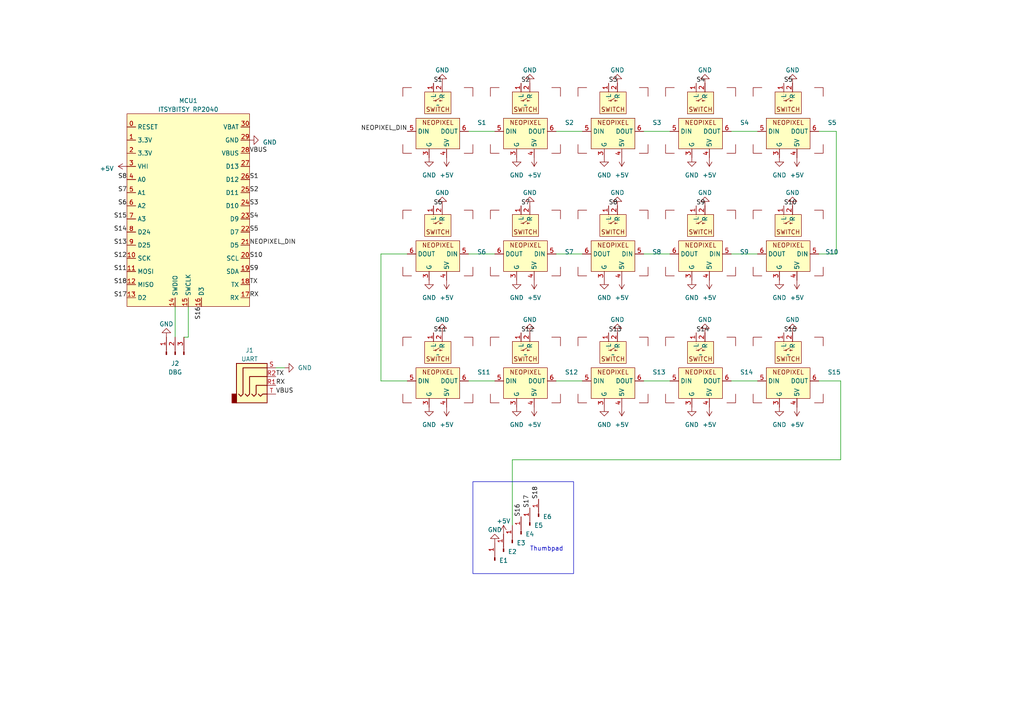
<source format=kicad_sch>
(kicad_sch (version 20230121) (generator eeschema)
  (paper "A4")
  (lib_symbols
    (symbol "Connector:Conn_01x01_Pin" (pin_names (offset 1.016) hide)
      (property "Reference" "J" (at 0 2.54 0))
      (property "Value" "Conn_01x01_Pin" (at 0 -2.54 0))
      (symbol "Conn_01x01_Pin_1_1"
        (polyline (pts (xy 1.27 0) (xy 0.8636 0)) (stroke (width 0.1524)))
        (rectangle (start 0.8636 0.127) (end 0 -0.127) (stroke (width 0.1524)) (fill (type outline)))
        (pin passive line (at 5.08 0 180) (length 3.81) (name "Pin_1") (number "1"))
      )
    )
    (symbol "Connector:Conn_01x03_Pin" (pin_names (offset 1.016) hide)
      (property "Reference" "J" (at 0 5.08 0))
      (property "Value" "Conn_01x03_Pin" (at 0 -5.08 0))
      (symbol "Conn_01x03_Pin_1_1"
        (polyline (pts (xy 1.27 -2.54) (xy 0.8636 -2.54)) (stroke (width 0.1524)))
        (polyline (pts (xy 1.27 0) (xy 0.8636 0)) (stroke (width 0.1524)))
        (polyline (pts (xy 1.27 2.54) (xy 0.8636 2.54)) (stroke (width 0.1524)))
        (rectangle (start 0.8636 -2.413) (end 0 -2.667) (stroke (width 0.1524)) (fill (type outline)))
        (rectangle (start 0.8636 0.127) (end 0 -0.127) (stroke (width 0.1524)) (fill (type outline)))
        (rectangle (start 0.8636 2.667) (end 0 2.413) (stroke (width 0.1524)) (fill (type outline)))
        (pin passive line (at 5.08 2.54 180) (length 3.81) (name "Pin_1") (number "1"))
        (pin passive line (at 5.08 0 180) (length 3.81) (name "Pin_2") (number "2"))
        (pin passive line (at 5.08 -2.54 180) (length 3.81) (name "Pin_3") (number "3"))
      )
    )
    (symbol "Connector_Audio:AudioJack4"
      (property "Reference" "J" (at 0 8.89 0))
      (property "Value" "AudioJack4" (at 0 6.35 0))
      (symbol "AudioJack4_0_1"
        (rectangle (start -6.35 -5.08) (end -7.62 -7.62) (stroke (width 0.254)) (fill (type outline)))
        (polyline (pts (xy 0 -5.08) (xy 0.635 -5.715) (xy 1.27 -5.08) (xy 2.54 -5.08)) (stroke (width 0.254)))
        (polyline (pts (xy -5.715 -5.08) (xy -5.08 -5.715) (xy -4.445 -5.08) (xy -4.445 2.54) (xy 2.54 2.54)) (stroke (width 0.254)))
        (polyline (pts (xy -1.905 -5.08) (xy -1.27 -5.715) (xy -0.635 -5.08) (xy -0.635 -2.54) (xy 2.54 -2.54)) (stroke (width 0.254)))
        (polyline (pts (xy 2.54 0) (xy -2.54 0) (xy -2.54 -5.08) (xy -3.175 -5.715) (xy -3.81 -5.08)) (stroke (width 0.254)))
        (rectangle (start 2.54 3.81) (end -6.35 -7.62) (stroke (width 0.254)) (fill (type background)))
      )
      (symbol "AudioJack4_1_1"
        (pin passive line (at 5.08 -2.54 180) (length 2.54) (name "~") (number "R1"))
        (pin passive line (at 5.08 0 180) (length 2.54) (name "~") (number "R2"))
        (pin passive line (at 5.08 2.54 180) (length 2.54) (name "~") (number "S"))
        (pin passive line (at 5.08 -5.08 180) (length 2.54) (name "~") (number "T"))
      )
    )
    (symbol "library:ITSYBITSY_RP2040"
      (property "Reference" "U1" (at 3.81 41.91 0))
      (property "Value" "ITSYBITSY RP2040" (at 0 11.43 0))
      (symbol "ITSYBITSY_RP2040_1_1"
        (rectangle (start -17.78 39.37) (end 17.78 -16.51) (fill (type background)))
        (pin input line (at -17.78 35.56 0) (length 2.54) (name "RESET") (number "0"))
        (pin power_out line (at -17.78 31.75 0) (length 2.54) (name "3.3V") (number "1"))
        (pin bidirectional line (at -17.78 -2.54 0) (length 2.54) (name "SCK") (number "10"))
        (pin bidirectional line (at -17.78 -6.35 0) (length 2.54) (name "MOSI") (number "11"))
        (pin bidirectional line (at -17.78 -10.16 0) (length 2.54) (name "MISO") (number "12"))
        (pin bidirectional line (at -17.78 -13.97 0) (length 2.54) (name "D2") (number "13"))
        (pin bidirectional line (at -3.81 -16.51 90) (length 2.54) (name "SWDIO") (number "14"))
        (pin bidirectional line (at 0 -16.51 90) (length 2.54) (name "SWCLK") (number "15"))
        (pin bidirectional line (at 3.81 -16.51 90) (length 2.54) (name "D3") (number "16"))
        (pin bidirectional line (at 17.78 -13.97 180) (length 2.54) (name "RX") (number "17"))
        (pin bidirectional line (at 17.78 -10.16 180) (length 2.54) (name "TX") (number "18"))
        (pin bidirectional line (at 17.78 -6.35 180) (length 2.54) (name "SDA") (number "19"))
        (pin power_out line (at -17.78 27.94 0) (length 2.54) (name "3.3V") (number "2"))
        (pin bidirectional line (at 17.78 -2.54 180) (length 2.54) (name "SCL") (number "20"))
        (pin bidirectional line (at 17.78 1.27 180) (length 2.54) (name "D5") (number "21"))
        (pin bidirectional line (at 17.78 5.08 180) (length 2.54) (name "D7") (number "22"))
        (pin bidirectional line (at 17.78 8.89 180) (length 2.54) (name "D9") (number "23"))
        (pin bidirectional line (at 17.78 12.7 180) (length 2.54) (name "D10") (number "24"))
        (pin bidirectional line (at 17.78 16.51 180) (length 2.54) (name "D11") (number "25"))
        (pin bidirectional line (at 17.78 20.32 180) (length 2.54) (name "D12") (number "26"))
        (pin bidirectional line (at 17.78 24.13 180) (length 2.54) (name "D13") (number "27"))
        (pin power_in line (at 17.78 27.94 180) (length 2.54) (name "VBUS") (number "28"))
        (pin power_in line (at 17.78 31.75 180) (length 2.54) (name "GND") (number "29"))
        (pin power_out line (at -17.78 24.13 0) (length 2.54) (name "VHI") (number "3"))
        (pin power_in line (at 17.78 35.56 180) (length 2.54) (name "VBAT") (number "30"))
        (pin bidirectional line (at -17.78 20.32 0) (length 2.54) (name "A0") (number "4"))
        (pin bidirectional line (at -17.78 16.51 0) (length 2.54) (name "A1") (number "5"))
        (pin bidirectional line (at -17.78 12.7 0) (length 2.54) (name "A2") (number "6"))
        (pin bidirectional line (at -17.78 8.89 0) (length 2.54) (name "A3") (number "7"))
        (pin bidirectional line (at -17.78 5.08 0) (length 2.54) (name "D24") (number "8"))
        (pin bidirectional line (at -17.78 1.27 0) (length 2.54) (name "D25") (number "9"))
      )
    )
    (symbol "library:MX_SW_SOCKET_RGB"
      (property "Reference" "S4" (at 11.43 -1.27 0))
      (symbol "MX_SW_SOCKET_RGB_0_1"
        (polyline (pts (xy -1.27 5.08) (xy -0.8247 5.0799)))
        (polyline (pts (xy 1.27 5.08) (xy 0.8247 5.0801)))
        (polyline (pts (xy -10.16 6.35) (xy -10.16 8.89) (xy -7.62 8.89)))
        (polyline (pts (xy -7.62 -10.16) (xy -10.16 -10.16) (xy -10.16 -7.62)))
        (polyline (pts (xy 7.62 8.89) (xy 10.16 8.89) (xy 10.16 6.35)))
        (polyline (pts (xy 10.16 -7.62) (xy 10.16 -10.16) (xy 7.62 -10.16)))
      )
      (symbol "MX_SW_SOCKET_RGB_1_1"
        (rectangle (start -6.35 0) (end 6.35 -8.89) (fill (type background)))
        (rectangle (start -3.81 7.62) (end 3.81 1.27) (fill (type background)))
        (circle (center -0.6173 5.0896) (radius 0.1705))
        (polyline (pts (xy -1.27 5.08) (xy -1.27 7.62)) (stroke (width 0) (type dot)))
        (polyline (pts (xy -0.5184 5.2126) (xy 0.4381 5.7713)))
        (polyline (pts (xy 1.27 7.62) (xy 1.27 5.08)) (stroke (width 0) (type dot)))
        (circle (center 0.6471 5.08) (radius 0.1705))
        (text "NEOPIXEL" (at 0 -1.27 0) (effects (font (size 1.27 1.27))))
        (text "SWITCH" (at 0 2.54 0) (effects (font (size 1.27 1.27))))
        (pin bidirectional line (at -1.27 10.16 270) (length 2.54) (name "L") (number "1"))
        (pin bidirectional line (at 1.27 10.16 270) (length 2.54) (name "R") (number "2"))
        (pin power_in line (at -2.54 -11.43 90) (length 2.54) (name "G") (number "3"))
        (pin power_in line (at 2.54 -11.43 90) (length 2.54) (name "5V") (number "4"))
        (pin input line (at 8.89 -3.81 180) (length 2.54) (name "DIN") (number "5"))
        (pin output line (at -8.89 -3.81 0) (length 2.54) (name "DOUT") (number "6"))
      )
    )
    (symbol "library:MX_SW_SOCKET_RGB_REV"
      (property "Reference" "S6" (at 12.7 -3.2259 0))
      (symbol "MX_SW_SOCKET_RGB_REV_0_1"
        (polyline (pts (xy -1.27 5.08) (xy -0.8247 5.0799)))
        (polyline (pts (xy 1.27 5.08) (xy 0.8247 5.0801)))
        (polyline (pts (xy -10.16 6.35) (xy -10.16 8.89) (xy -7.62 8.89)))
        (polyline (pts (xy -7.62 -10.16) (xy -10.16 -10.16) (xy -10.16 -7.62)))
        (polyline (pts (xy 7.62 8.89) (xy 10.16 8.89) (xy 10.16 6.35)))
        (polyline (pts (xy 10.16 -7.62) (xy 10.16 -10.16) (xy 7.62 -10.16)))
      )
      (symbol "MX_SW_SOCKET_RGB_REV_1_1"
        (rectangle (start -6.35 0) (end 6.35 -8.89) (fill (type background)))
        (rectangle (start -3.81 7.62) (end 3.81 1.27) (fill (type background)))
        (circle (center -0.6173 5.0896) (radius 0.1705))
        (polyline (pts (xy -1.27 5.08) (xy -1.27 7.62)) (stroke (width 0) (type dot)))
        (polyline (pts (xy -0.5184 5.2126) (xy 0.4381 5.7713)))
        (polyline (pts (xy 1.27 7.62) (xy 1.27 5.08)) (stroke (width 0) (type dot)))
        (circle (center 0.6471 5.08) (radius 0.1705))
        (text "NEOPIXEL" (at 0 -1.27 0) (effects (font (size 1.27 1.27))))
        (text "SWITCH" (at 0 2.54 0) (effects (font (size 1.27 1.27))))
        (pin bidirectional line (at -1.27 10.16 270) (length 2.54) (name "L") (number "1"))
        (pin bidirectional line (at 1.27 10.16 270) (length 2.54) (name "R") (number "2"))
        (pin power_in line (at -2.54 -11.43 90) (length 2.54) (name "G") (number "3"))
        (pin power_in line (at 2.54 -11.43 90) (length 2.54) (name "5V") (number "4"))
        (pin input line (at -8.89 -3.81 0) (length 2.54) (name "DIN") (number "5"))
        (pin output line (at 8.89 -3.81 180) (length 2.54) (name "DOUT") (number "6"))
      )
    )
    (symbol "power:+5V" (power) (pin_names (offset 0))
      (property "Value" "+5V" (at 0 3.556 0))
      (symbol "+5V_0_1"
        (polyline (pts (xy -0.762 1.27) (xy 0 2.54)))
        (polyline (pts (xy 0 0) (xy 0 2.54)))
        (polyline (pts (xy 0 2.54) (xy 0.762 1.27)))
      )
      (symbol "+5V_1_1"
        (pin power_in line (at 0 0 90) (length 0) hide (name "+5V") (number "1"))
      )
    )
    (symbol "power:GND" (power) (pin_names (offset 0))
      (property "Value" "GND" (at 0 -3.81 0))
      (symbol "GND_0_1"
        (polyline (pts (xy 0 0) (xy 0 -1.27) (xy 1.27 -1.27) (xy 0 -2.54) (xy -1.27 -1.27) (xy 0 -1.27)))
      )
      (symbol "GND_1_1"
        (pin power_in line (at 0 0 270) (length 0) hide (name "GND") (number "1"))
      )
    )
  )
  (wire (pts (xy 243.84 133.35) (xy 243.84 110.49)))
  (wire (pts (xy 186.69 110.49) (xy 194.31 110.49)))
  (wire (pts (xy 161.29 73.66) (xy 168.91 73.66)))
  (wire (pts (xy 54.61 97.79) (xy 53.34 97.79)))
  (wire (pts (xy 50.8 88.9) (xy 50.8 97.79)))
  (wire (pts (xy 110.49 110.49) (xy 118.11 110.49)))
  (wire (pts (xy 237.49 38.1) (xy 242.57 38.1)))
  (wire (pts (xy 135.89 73.66) (xy 143.51 73.66)))
  (wire (pts (xy 161.29 38.1) (xy 168.91 38.1)))
  (wire (pts (xy 242.57 38.1) (xy 242.57 73.66)))
  (wire (pts (xy 161.29 110.49) (xy 168.91 110.49)))
  (wire (pts (xy 148.59 133.35) (xy 243.84 133.35)))
  (wire (pts (xy 242.57 73.66) (xy 237.49 73.66)))
  (wire (pts (xy 212.09 38.1) (xy 219.71 38.1)))
  (wire (pts (xy 148.59 152.4) (xy 148.59 133.35)))
  (wire (pts (xy 135.89 110.49) (xy 143.51 110.49)))
  (wire (pts (xy 110.49 73.66) (xy 110.49 110.49)))
  (wire (pts (xy 186.69 73.66) (xy 194.31 73.66)))
  (wire (pts (xy 54.61 88.9) (xy 54.61 97.79)))
  (wire (pts (xy 82.55 106.68) (xy 80.01 106.68)))
  (wire (pts (xy 212.09 73.66) (xy 219.71 73.66)))
  (wire (pts (xy 186.69 38.1) (xy 194.31 38.1)))
  (wire (pts (xy 212.09 110.49) (xy 219.71 110.49)))
  (wire (pts (xy 135.89 38.1) (xy 143.51 38.1)))
  (wire (pts (xy 243.84 110.49) (xy 237.49 110.49)))
  (wire (pts (xy 118.11 73.66) (xy 110.49 73.66)))
  (rectangle (start 137.16 139.7) (end 166.37 166.37))
  (text "Thumbpad\n" (at 153.67 160.02 0) (effects (font (size 1.27 1.27)) (justify left bottom)))
  (label "S17" (at 153.67 147.32 90))
  (label "VBUS" (at 72.39 44.45 0))
  (label "RX" (at 80.01 111.76 0))
  (label "S15" (at 36.83 63.5 180))
  (label "NEOPIXEL_DIN" (at 72.39 71.12 0))
  (label "S6" (at 36.83 59.69 180))
  (label "S10" (at 72.39 74.93 0))
  (label "S5" (at 227.33 24.13 0))
  (label "TX" (at 72.39 82.55 0))
  (label "TX" (at 80.01 109.22 0))
  (label "S1" (at 72.39 52.07 0))
  (label "S4" (at 72.39 63.5 0))
  (label "S9" (at 201.93 59.69 0))
  (label "S14" (at 36.83 67.31 180))
  (label "S17" (at 36.83 86.36 180))
  (label "S5" (at 72.39 67.31 0))
  (label "S7" (at 36.83 55.88 180))
  (label "S16" (at 58.42 88.9 270))
  (label "S9" (at 72.39 78.74 0))
  (label "S2" (at 72.39 55.88 0))
  (label "S3" (at 72.39 59.69 0))
  (label "S15" (at 227.33 96.52 0))
  (label "S11" (at 36.83 78.74 180))
  (label "S2" (at 151.13 24.13 0))
  (label "S18" (at 36.83 82.55 180))
  (label "S7" (at 151.13 59.69 0))
  (label "S12" (at 36.83 74.93 180))
  (label "S4" (at 201.93 24.13 0))
  (label "S13" (at 36.83 71.12 180))
  (label "S18" (at 156.21 144.78 90))
  (label "S8" (at 176.53 59.69 0))
  (label "S11" (at 125.73 96.52 0))
  (label "S16" (at 151.13 149.86 90))
  (label "VBUS" (at 80.01 114.3 0))
  (label "S10" (at 227.33 59.69 0))
  (label "S8" (at 36.83 52.07 180))
  (label "S13" (at 176.53 96.52 0))
  (label "S14" (at 201.93 96.52 0))
  (label "NEOPIXEL_DIN" (at 118.11 38.1 180))
  (label "S12" (at 151.13 96.52 0))
  (label "S3" (at 176.53 24.13 0))
  (label "S6" (at 125.73 59.69 0))
  (label "S1" (at 125.73 24.13 0))
  (label "RX" (at 72.39 86.36 0))
  (symbol (lib_id "library:MX_SW_SOCKET_RGB_REV") (at 203.2 34.29 0) (unit 1)
    (property "Reference" "S4" (at 214.63 35.56 0) (effects (justify left)))
    (property "Value" "MX_SW_SOCKET_LED" (effects hide))
    (property "Footprint" "Footprints:MX_SW_SOCKET_LED_REV" (effects hide))
  )
  (symbol (lib_id "power:GND") (at 153.67 96.52 180) (unit 1)
    (property "Reference" "#PWR027" (effects hide))
    (property "Value" "GND" (at 153.67 92.71 0))
  )
  (symbol (lib_id "power:GND") (at 128.27 24.13 180) (unit 1)
    (property "Reference" "#PWR03" (effects hide))
    (property "Value" "GND" (at 128.27 20.32 0))
  )
  (symbol (lib_id "power:GND") (at 149.86 118.11 0) (unit 1)
    (property "Reference" "#PWR026" (effects hide))
    (property "Value" "GND" (at 149.86 123.19 0))
  )
  (symbol (lib_id "library:MX_SW_SOCKET_RGB") (at 127 69.85 0) (unit 1)
    (property "Reference" "S6" (at 139.7 73.0759 0))
    (property "Value" "MX_SW_SOCKET_RGB_REV" (effects hide))
    (property "Footprint" "Footprints:MX_SW_SOCKET_LED" (effects hide))
  )
  (symbol (lib_id "power:GND") (at 124.46 118.11 0) (unit 1)
    (property "Reference" "#PWR031" (effects hide))
    (property "Value" "GND" (at 124.46 123.19 0))
  )
  (symbol (lib_id "power:GND") (at 200.66 118.11 0) (unit 1)
    (property "Reference" "#PWR035" (effects hide))
    (property "Value" "GND" (at 200.66 123.19 0))
  )
  (symbol (lib_id "power:+5V") (at 231.14 81.28 180) (unit 1)
    (property "Reference" "#PWR025" (effects hide))
    (property "Value" "+5V" (at 231.14 86.36 0))
  )
  (symbol (lib_id "Connector:Conn_01x01_Pin") (at 153.67 152.4 90) (unit 1)
    (property "Reference" "E5" (at 154.94 152.4 90) (effects (justify right)))
    (property "Value" "Conn_01x01_Pin" (effects hide))
    (property "Footprint" "Footprints:Pin0.9mm" (effects hide))
  )
  (symbol (lib_id "power:+5V") (at 205.74 45.72 180) (unit 1)
    (property "Reference" "#PWR012" (effects hide))
    (property "Value" "+5V" (at 205.74 50.8 0))
  )
  (symbol (lib_id "power:GND") (at 175.26 118.11 0) (unit 1)
    (property "Reference" "#PWR029" (effects hide))
    (property "Value" "GND" (at 175.26 123.19 0))
  )
  (symbol (lib_id "power:GND") (at 229.87 24.13 180) (unit 1)
    (property "Reference" "#PWR014" (effects hide))
    (property "Value" "GND" (at 229.87 20.32 0))
  )
  (symbol (lib_id "power:+5V") (at 129.54 118.11 180) (unit 1)
    (property "Reference" "#PWR033" (effects hide))
    (property "Value" "+5V" (at 129.54 123.19 0))
  )
  (symbol (lib_id "power:GND") (at 200.66 81.28 0) (unit 1)
    (property "Reference" "#PWR022" (effects hide))
    (property "Value" "GND" (at 200.66 86.36 0))
  )
  (symbol (lib_id "power:GND") (at 72.39 40.64 90) (unit 1)
    (property "Reference" "#PWR047" (effects hide))
    (property "Value" "GND" (at 76.2 41.275 90) (effects (justify right)))
  )
  (symbol (lib_id "power:GND") (at 226.06 45.72 0) (unit 1)
    (property "Reference" "#PWR013" (effects hide))
    (property "Value" "GND" (at 226.06 50.8 0))
  )
  (symbol (lib_id "power:GND") (at 200.66 45.72 0) (unit 1)
    (property "Reference" "#PWR010" (effects hide))
    (property "Value" "GND" (at 200.66 50.8 0))
  )
  (symbol (lib_id "power:GND") (at 229.87 96.52 180) (unit 1)
    (property "Reference" "#PWR039" (effects hide))
    (property "Value" "GND" (at 229.87 92.71 0))
  )
  (symbol (lib_id "power:GND") (at 175.26 45.72 0) (unit 1)
    (property "Reference" "#PWR07" (effects hide))
    (property "Value" "GND" (at 175.26 50.8 0))
  )
  (symbol (lib_id "power:GND") (at 48.26 97.79 180) (unit 1)
    (property "Reference" "#PWR049" (effects hide))
    (property "Value" "GND" (at 48.26 93.98 0))
  )
  (symbol (lib_id "power:+5V") (at 180.34 118.11 180) (unit 1)
    (property "Reference" "#PWR034" (effects hide))
    (property "Value" "+5V" (at 180.34 123.19 0))
  )
  (symbol (lib_id "power:GND") (at 143.51 157.48 180) (unit 1)
    (property "Reference" "#PWR050" (effects hide))
    (property "Value" "GND" (at 143.51 153.67 0))
  )
  (symbol (lib_id "power:GND") (at 149.86 45.72 0) (unit 1)
    (property "Reference" "#PWR04" (effects hide))
    (property "Value" "GND" (at 149.86 50.8 0))
  )
  (symbol (lib_id "power:GND") (at 204.47 59.69 180) (unit 1)
    (property "Reference" "#PWR042" (effects hide))
    (property "Value" "GND" (at 204.47 55.88 0))
  )
  (symbol (lib_id "power:GND") (at 179.07 59.69 180) (unit 1)
    (property "Reference" "#PWR043" (effects hide))
    (property "Value" "GND" (at 179.07 55.88 0))
  )
  (symbol (lib_id "power:+5V") (at 231.14 45.72 180) (unit 1)
    (property "Reference" "#PWR015" (effects hide))
    (property "Value" "+5V" (at 231.14 50.8 0))
  )
  (symbol (lib_id "power:+5V") (at 154.94 45.72 180) (unit 1)
    (property "Reference" "#PWR06" (effects hide))
    (property "Value" "+5V" (at 154.94 50.8 0))
  )
  (symbol (lib_id "power:GND") (at 204.47 24.13 180) (unit 1)
    (property "Reference" "#PWR011" (effects hide))
    (property "Value" "GND" (at 204.47 20.32 0))
  )
  (symbol (lib_id "power:+5V") (at 205.74 118.11 180) (unit 1)
    (property "Reference" "#PWR037" (effects hide))
    (property "Value" "+5V" (at 205.74 123.19 0))
  )
  (symbol (lib_id "library:MX_SW_SOCKET_RGB_REV") (at 203.2 106.68 0) (unit 1)
    (property "Reference" "S14" (at 214.63 107.95 0) (effects (justify left)))
    (property "Value" "~" (at 203.2 102.87 0))
    (property "Footprint" "Footprints:MX_SW_SOCKET_LED_REV" (effects hide))
  )
  (symbol (lib_id "Connector:Conn_01x03_Pin") (at 50.8 102.87 90) (unit 1)
    (property "Reference" "J2" (at 50.8 105.41 90))
    (property "Value" "DBG" (at 50.8 107.95 90))
    (property "Footprint" "Connector_PinSocket_2.54mm:PinSocket_1x03_P2.54mm_Vertical" (effects hide))
  )
  (symbol (lib_id "power:GND") (at 179.07 24.13 180) (unit 1)
    (property "Reference" "#PWR08" (effects hide))
    (property "Value" "GND" (at 179.07 20.32 0))
  )
  (symbol (lib_id "power:GND") (at 124.46 81.28 0) (unit 1)
    (property "Reference" "#PWR016" (effects hide))
    (property "Value" "GND" (at 124.46 86.36 0))
  )
  (symbol (lib_id "Connector:Conn_01x01_Pin") (at 148.59 157.48 90) (unit 1)
    (property "Reference" "E3" (at 149.86 157.48 90) (effects (justify right)))
    (property "Value" "Conn_01x01_Pin" (effects hide))
    (property "Footprint" "Footprints:Pin0.9mm" (effects hide))
  )
  (symbol (lib_id "library:MX_SW_SOCKET_RGB_REV") (at 152.4 106.68 0) (unit 1)
    (property "Reference" "S12" (at 163.83 107.95 0) (effects (justify left)))
    (property "Value" "~" (at 152.4 102.87 0))
    (property "Footprint" "Footprints:MX_SW_SOCKET_LED_REV" (effects hide))
  )
  (symbol (lib_id "power:GND") (at 149.86 81.28 0) (unit 1)
    (property "Reference" "#PWR018" (effects hide))
    (property "Value" "GND" (at 149.86 86.36 0))
  )
  (symbol (lib_id "Connector:Conn_01x01_Pin") (at 156.21 149.86 90) (unit 1)
    (property "Reference" "E6" (at 157.48 149.86 90) (effects (justify right)))
    (property "Value" "Conn_01x01_Pin" (effects hide))
    (property "Footprint" "Footprints:Pin0.9mm" (effects hide))
  )
  (symbol (lib_id "Connector_Audio:AudioJack4") (at 74.93 109.22 0) (unit 1)
    (property "Reference" "J1" (at 72.39 101.6 0))
    (property "Value" "UART" (at 72.39 104.14 0))
    (property "Footprint" "Connector_Audio:Jack_3.5mm_KoreanHropartsElec_PJ-320D-4A_Horizontal" (effects hide))
  )
  (symbol (lib_id "library:MX_SW_SOCKET_RGB_REV") (at 127 34.29 0) (unit 1)
    (property "Reference" "S1" (at 138.43 35.56 0) (effects (justify left)))
    (property "Value" "~" (at 127 30.48 0))
    (property "Footprint" "Footprints:MX_SW_SOCKET_LED_REV" (effects hide))
  )
  (symbol (lib_id "power:GND") (at 128.27 59.69 180) (unit 1)
    (property "Reference" "#PWR045" (effects hide))
    (property "Value" "GND" (at 128.27 55.88 0))
  )
  (symbol (lib_id "library:MX_SW_SOCKET_RGB") (at 203.2 69.85 0) (unit 1)
    (property "Reference" "S9" (at 215.9 73.0759 0))
    (property "Value" "MX_SW_SOCKET_RGB_REV" (effects hide))
    (property "Footprint" "Footprints:MX_SW_SOCKET_LED" (effects hide))
  )
  (symbol (lib_id "power:GND") (at 179.07 96.52 180) (unit 1)
    (property "Reference" "#PWR030" (effects hide))
    (property "Value" "GND" (at 179.07 92.71 0))
  )
  (symbol (lib_id "power:+5V") (at 154.94 81.28 180) (unit 1)
    (property "Reference" "#PWR019" (effects hide))
    (property "Value" "+5V" (at 154.94 86.36 0))
  )
  (symbol (lib_id "power:GND") (at 82.55 106.68 90) (unit 1)
    (property "Reference" "#PWR048" (effects hide))
    (property "Value" "GND" (at 86.36 106.68 90) (effects (justify right)))
  )
  (symbol (lib_id "library:MX_SW_SOCKET_RGB") (at 152.4 69.85 0) (unit 1)
    (property "Reference" "S7" (at 165.1 73.0759 0))
    (property "Value" "MX_SW_SOCKET_RGB_REV" (effects hide))
    (property "Footprint" "Footprints:MX_SW_SOCKET_LED" (effects hide))
  )
  (symbol (lib_id "power:+5V") (at 231.14 118.11 180) (unit 1)
    (property "Reference" "#PWR040" (effects hide))
    (property "Value" "+5V" (at 231.14 123.19 0))
  )
  (symbol (lib_id "power:GND") (at 153.67 59.69 180) (unit 1)
    (property "Reference" "#PWR044" (effects hide))
    (property "Value" "GND" (at 153.67 55.88 0))
  )
  (symbol (lib_id "power:+5V") (at 180.34 81.28 180) (unit 1)
    (property "Reference" "#PWR021" (effects hide))
    (property "Value" "+5V" (at 180.34 86.36 0))
  )
  (symbol (lib_id "library:MX_SW_SOCKET_RGB_REV") (at 127 106.68 0) (unit 1)
    (property "Reference" "S11" (at 138.43 107.95 0) (effects (justify left)))
    (property "Value" "~" (at 127 102.87 0))
    (property "Footprint" "Footprints:MX_SW_SOCKET_LED_REV" (effects hide))
  )
  (symbol (lib_id "power:+5V") (at 129.54 81.28 180) (unit 1)
    (property "Reference" "#PWR017" (effects hide))
    (property "Value" "+5V" (at 129.54 86.36 0))
  )
  (symbol (lib_id "library:MX_SW_SOCKET_RGB_REV") (at 228.6 106.68 0) (unit 1)
    (property "Reference" "S15" (at 240.03 107.95 0) (effects (justify left)))
    (property "Value" "~" (at 228.6 102.87 0))
    (property "Footprint" "Footprints:MX_SW_SOCKET_LED_REV" (effects hide))
  )
  (symbol (lib_id "power:GND") (at 124.46 45.72 0) (unit 1)
    (property "Reference" "#PWR01" (effects hide))
    (property "Value" "GND" (at 124.46 50.8 0))
  )
  (symbol (lib_id "power:GND") (at 204.47 96.52 180) (unit 1)
    (property "Reference" "#PWR036" (effects hide))
    (property "Value" "GND" (at 204.47 92.71 0))
  )
  (symbol (lib_id "power:GND") (at 175.26 81.28 0) (unit 1)
    (property "Reference" "#PWR020" (effects hide))
    (property "Value" "GND" (at 175.26 86.36 0))
  )
  (symbol (lib_id "Connector:Conn_01x01_Pin") (at 143.51 162.56 90) (unit 1)
    (property "Reference" "E1" (at 144.78 162.56 90) (effects (justify right)))
    (property "Value" "Conn_01x01_Pin" (effects hide))
    (property "Footprint" "Footprints:Pin0.9mm" (effects hide))
  )
  (symbol (lib_id "Connector:Conn_01x01_Pin") (at 146.05 160.02 90) (unit 1)
    (property "Reference" "E2" (at 147.32 160.02 90) (effects (justify right)))
    (property "Value" "Conn_01x01_Pin" (effects hide))
    (property "Footprint" "Footprints:Pin0.9mm" (effects hide))
  )
  (symbol (lib_id "power:+5V") (at 154.94 118.11 180) (unit 1)
    (property "Reference" "#PWR028" (effects hide))
    (property "Value" "+5V" (at 154.94 123.19 0))
  )
  (symbol (lib_id "power:GND") (at 226.06 81.28 0) (unit 1)
    (property "Reference" "#PWR024" (effects hide))
    (property "Value" "GND" (at 226.06 86.36 0))
  )
  (symbol (lib_id "library:MX_SW_SOCKET_RGB_REV") (at 228.6 34.29 0) (unit 1)
    (property "Reference" "S5" (at 240.03 35.56 0) (effects (justify left)))
    (property "Value" "MX_SW_SOCKET_LED" (effects hide))
    (property "Footprint" "Footprints:MX_SW_SOCKET_LED_REV" (effects hide))
  )
  (symbol (lib_id "power:+5V") (at 205.74 81.28 180) (unit 1)
    (property "Reference" "#PWR023" (effects hide))
    (property "Value" "+5V" (at 205.74 86.36 0))
  )
  (symbol (lib_id "Connector:Conn_01x01_Pin") (at 151.13 154.94 90) (unit 1)
    (property "Reference" "E4" (at 152.4 154.94 90) (effects (justify right)))
    (property "Value" "Conn_01x01_Pin" (effects hide))
    (property "Footprint" "Footprints:Pin0.9mm" (effects hide))
  )
  (symbol (lib_id "library:MX_SW_SOCKET_RGB_REV") (at 177.8 34.29 0) (unit 1)
    (property "Reference" "S3" (at 189.23 35.56 0) (effects (justify left)))
    (property "Value" "MX_SW_SOCKET_LED" (effects hide))
    (property "Footprint" "Footprints:MX_SW_SOCKET_LED_REV" (effects hide))
  )
  (symbol (lib_id "power:GND") (at 128.27 96.52 180) (unit 1)
    (property "Reference" "#PWR032" (effects hide))
    (property "Value" "GND" (at 128.27 92.71 0))
  )
  (symbol (lib_id "power:+5V") (at 36.83 48.26 90) (unit 1)
    (property "Reference" "#PWR046" (effects hide))
    (property "Value" "+5V" (at 33.02 48.895 90) (effects (justify left)))
  )
  (symbol (lib_id "power:+5V") (at 146.05 154.94 0) (unit 1)
    (property "Reference" "#PWR051" (effects hide))
    (property "Value" "+5V" (at 146.05 151.13 0))
  )
  (symbol (lib_id "library:MX_SW_SOCKET_RGB_REV") (at 152.4 34.29 0) (unit 1)
    (property "Reference" "S2" (at 163.83 35.56 0) (effects (justify left)))
    (property "Value" "~" (at 152.4 30.48 0))
    (property "Footprint" "Footprints:MX_SW_SOCKET_LED_REV" (effects hide))
  )
  (symbol (lib_id "power:GND") (at 153.67 24.13 180) (unit 1)
    (property "Reference" "#PWR05" (effects hide))
    (property "Value" "GND" (at 153.67 20.32 0))
  )
  (symbol (lib_id "power:GND") (at 226.06 118.11 0) (unit 1)
    (property "Reference" "#PWR038" (effects hide))
    (property "Value" "GND" (at 226.06 123.19 0))
  )
  (symbol (lib_id "power:+5V") (at 129.54 45.72 180) (unit 1)
    (property "Reference" "#PWR02" (effects hide))
    (property "Value" "+5V" (at 129.54 50.8 0))
  )
  (symbol (lib_id "power:+5V") (at 180.34 45.72 180) (unit 1)
    (property "Reference" "#PWR09" (effects hide))
    (property "Value" "+5V" (at 180.34 50.8 0))
  )
  (symbol (lib_id "library:ITSYBITSY_RP2040") (at 54.61 72.39 0) (unit 1)
    (property "Reference" "MCU1" (at 54.61 29.21 0))
    (property "Value" "ITSYBITSY RP2040" (at 54.61 31.75 0))
    (property "Footprint" "Footprints:ITSYBITSY BREAKOUT" (effects hide))
  )
  (symbol (lib_id "library:MX_SW_SOCKET_RGB") (at 177.8 69.85 0) (unit 1)
    (property "Reference" "S8" (at 190.5 73.0759 0))
    (property "Value" "MX_SW_SOCKET_RGB_REV" (effects hide))
    (property "Footprint" "Footprints:MX_SW_SOCKET_LED" (effects hide))
  )
  (symbol (lib_id "library:MX_SW_SOCKET_RGB") (at 228.6 69.85 0) (unit 1)
    (property "Reference" "S10" (at 241.3 73.0759 0))
    (property "Value" "MX_SW_SOCKET_RGB_REV" (effects hide))
    (property "Footprint" "Footprints:MX_SW_SOCKET_LED" (effects hide))
  )
  (symbol (lib_id "library:MX_SW_SOCKET_RGB_REV") (at 177.8 106.68 0) (unit 1)
    (property "Reference" "S13" (at 189.23 107.95 0) (effects (justify left)))
    (property "Value" "~" (at 177.8 102.87 0))
    (property "Footprint" "Footprints:MX_SW_SOCKET_LED_REV" (effects hide))
  )
  (symbol (lib_id "power:GND") (at 229.87 59.69 180) (unit 1)
    (property "Reference" "#PWR041" (effects hide))
    (property "Value" "GND" (at 229.87 55.88 0))
  )
)
</source>
